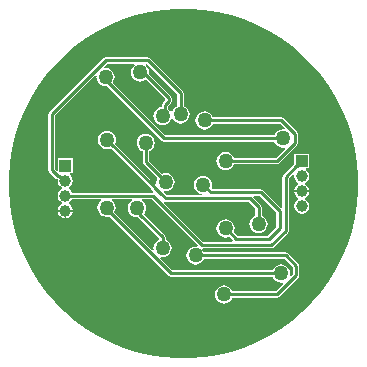
<source format=gbl>
G04*
G04 #@! TF.GenerationSoftware,Altium Limited,Altium Designer,22.0.2 (36)*
G04*
G04 Layer_Physical_Order=2*
G04 Layer_Color=16711680*
%FSLAX25Y25*%
%MOIN*%
G70*
G04*
G04 #@! TF.SameCoordinates,D8499874-5A28-4949-BB6A-16219978493D*
G04*
G04*
G04 #@! TF.FilePolarity,Positive*
G04*
G01*
G75*
%ADD11C,0.01000*%
%ADD28C,0.03937*%
%ADD29R,0.03937X0.03937*%
%ADD30R,0.03937X0.03937*%
%ADD31C,0.03937*%
%ADD32C,0.05000*%
G36*
X6852Y57893D02*
X11373Y57177D01*
X15824Y56108D01*
X20178Y54694D01*
X24407Y52942D01*
X28485Y50864D01*
X32388Y48472D01*
X36091Y45782D01*
X39572Y42809D01*
X42809Y39572D01*
X45782Y36091D01*
X48472Y32388D01*
X50864Y28485D01*
X52942Y24407D01*
X54694Y20178D01*
X56108Y15824D01*
X57177Y11373D01*
X57893Y6852D01*
X58252Y2289D01*
Y-2289D01*
X57893Y-6852D01*
X57177Y-11373D01*
X56108Y-15824D01*
X54694Y-20178D01*
X52942Y-24407D01*
X50864Y-28485D01*
X48472Y-32388D01*
X45782Y-36091D01*
X42809Y-39572D01*
X39572Y-42809D01*
X36091Y-45782D01*
X32388Y-48472D01*
X28485Y-50864D01*
X24407Y-52942D01*
X20178Y-54694D01*
X15824Y-56108D01*
X11373Y-57177D01*
X6852Y-57893D01*
X2289Y-58252D01*
X0Y-58252D01*
X-2289D01*
X-6852Y-57893D01*
X-11373Y-57177D01*
X-15824Y-56108D01*
X-20178Y-54694D01*
X-24407Y-52942D01*
X-28485Y-50864D01*
X-32388Y-48472D01*
X-36091Y-45782D01*
X-39572Y-42809D01*
X-42809Y-39572D01*
X-45782Y-36091D01*
X-48472Y-32388D01*
X-50864Y-28485D01*
X-52942Y-24407D01*
X-54694Y-20178D01*
X-56108Y-15824D01*
X-57177Y-11373D01*
X-57893Y-6852D01*
X-58252Y-2289D01*
Y2289D01*
X-57893Y6852D01*
X-57177Y11373D01*
X-56108Y15824D01*
X-54694Y20178D01*
X-52942Y24407D01*
X-50864Y28485D01*
X-48472Y32388D01*
X-45782Y36091D01*
X-42809Y39572D01*
X-39572Y42809D01*
X-36091Y45782D01*
X-32388Y48472D01*
X-28485Y50864D01*
X-24407Y52942D01*
X-20178Y54694D01*
X-15824Y56108D01*
X-11373Y57177D01*
X-6852Y57893D01*
X-2289Y58252D01*
X2289D01*
X6852Y57893D01*
D02*
G37*
%LPC*%
G36*
X-11843Y42020D02*
X-15157D01*
X-15157Y42020D01*
X-26000D01*
X-26390Y41942D01*
X-26721Y41721D01*
X-27988Y40454D01*
X-28047Y40442D01*
X-28378Y40221D01*
X-30721Y37878D01*
X-30942Y37547D01*
X-30954Y37488D01*
X-44721Y23721D01*
X-44942Y23390D01*
X-45020Y23000D01*
Y4477D01*
X-44942Y4087D01*
X-44721Y3756D01*
X-42681Y1716D01*
X-42350Y1495D01*
X-41960Y1417D01*
X-41885Y917D01*
X-41887Y905D01*
X-41695Y-58D01*
X-41150Y-874D01*
X-40488Y-1317D01*
X-40473Y-1358D01*
Y-1831D01*
X-40488Y-1872D01*
X-41150Y-2315D01*
X-41695Y-3131D01*
X-41887Y-4095D01*
X-41695Y-5058D01*
X-41150Y-5874D01*
X-40488Y-6317D01*
X-40473Y-6358D01*
Y-6831D01*
X-40488Y-6872D01*
X-41150Y-7315D01*
X-41695Y-8131D01*
X-41837Y-8845D01*
X-39370D01*
X-36903D01*
X-37045Y-8131D01*
X-37590Y-7315D01*
X-38253Y-6872D01*
X-38267Y-6831D01*
Y-6358D01*
X-38253Y-6317D01*
X-37590Y-5874D01*
X-37057Y-5076D01*
X-27531D01*
X-27362Y-5576D01*
X-27806Y-5917D01*
X-28287Y-6543D01*
X-28589Y-7273D01*
X-28692Y-8056D01*
X-28589Y-8839D01*
X-28287Y-9569D01*
X-27806Y-10196D01*
X-27179Y-10677D01*
X-26449Y-10979D01*
X-25666Y-11082D01*
X-24883Y-10979D01*
X-24697Y-10902D01*
X-4878Y-30721D01*
X-4547Y-30942D01*
X-4157Y-31020D01*
X29675D01*
X29880Y-31513D01*
X30360Y-32140D01*
X30987Y-32620D01*
X31717Y-32923D01*
X32500Y-33026D01*
X33055Y-32953D01*
X33288Y-33426D01*
X30735Y-35980D01*
X16325D01*
X16120Y-35487D01*
X15640Y-34860D01*
X15013Y-34380D01*
X14283Y-34077D01*
X13500Y-33974D01*
X12717Y-34077D01*
X11987Y-34380D01*
X11360Y-34860D01*
X10880Y-35487D01*
X10577Y-36217D01*
X10474Y-37000D01*
X10577Y-37783D01*
X10880Y-38513D01*
X11360Y-39140D01*
X11987Y-39621D01*
X12717Y-39923D01*
X13500Y-40026D01*
X14283Y-39923D01*
X15013Y-39621D01*
X15640Y-39140D01*
X16120Y-38513D01*
X16325Y-38020D01*
X31157D01*
X31547Y-37942D01*
X31878Y-37721D01*
X38221Y-31378D01*
X38442Y-31047D01*
X38519Y-30657D01*
Y-27343D01*
X38442Y-26953D01*
X38221Y-26622D01*
X34878Y-23279D01*
X34547Y-23058D01*
X34157Y-22980D01*
X6825D01*
X6621Y-22487D01*
X6262Y-22020D01*
X6471Y-21525D01*
X6476Y-21520D01*
X29328D01*
X29719Y-21442D01*
X30049Y-21221D01*
X34721Y-16549D01*
X34942Y-16219D01*
X35020Y-15828D01*
Y1808D01*
X36500Y3288D01*
X36961Y3042D01*
X36853Y2500D01*
X37045Y1537D01*
X37590Y720D01*
X38253Y278D01*
X38267Y237D01*
Y-237D01*
X38253Y-278D01*
X37590Y-720D01*
X37045Y-1537D01*
X36903Y-2250D01*
X41837D01*
X41695Y-1537D01*
X41150Y-720D01*
X40488Y-278D01*
X40473Y-237D01*
Y237D01*
X40488Y278D01*
X41150Y720D01*
X41695Y1537D01*
X41887Y2500D01*
X41695Y3463D01*
X41150Y4280D01*
X40773Y4532D01*
X40925Y5032D01*
X41839D01*
Y9968D01*
X36902D01*
Y6573D01*
X33279Y2951D01*
X33058Y2620D01*
X32980Y2230D01*
Y-7968D01*
X32480Y-8175D01*
X26585Y-2279D01*
X26254Y-2058D01*
X25864Y-1980D01*
X9668D01*
X9324Y-1521D01*
X9423Y-1283D01*
X9526Y-500D01*
X9423Y283D01*
X9121Y1013D01*
X8640Y1640D01*
X8013Y2121D01*
X7283Y2423D01*
X6500Y2526D01*
X5717Y2423D01*
X4987Y2121D01*
X4360Y1640D01*
X3880Y1013D01*
X3577Y283D01*
X3474Y-500D01*
X3577Y-1283D01*
X3880Y-2013D01*
X4360Y-2640D01*
X4987Y-3121D01*
X5717Y-3423D01*
X6154Y-3480D01*
X6122Y-3980D01*
X-5578D01*
X-6608Y-2950D01*
X-6374Y-2477D01*
X-6000Y-2526D01*
X-5217Y-2423D01*
X-4487Y-2121D01*
X-3860Y-1640D01*
X-3379Y-1013D01*
X-3077Y-283D01*
X-2974Y500D01*
X-3077Y1283D01*
X-3379Y2013D01*
X-3860Y2640D01*
X-4487Y3121D01*
X-5217Y3423D01*
X-6000Y3526D01*
X-6783Y3423D01*
X-7277Y3218D01*
X-11574Y7516D01*
Y10769D01*
X-11081Y10973D01*
X-10454Y11454D01*
X-9973Y12081D01*
X-9671Y12811D01*
X-9568Y13594D01*
X-9671Y14377D01*
X-9973Y15107D01*
X-10454Y15733D01*
X-11081Y16214D01*
X-11811Y16517D01*
X-12594Y16620D01*
X-13377Y16517D01*
X-14107Y16214D01*
X-14733Y15733D01*
X-15214Y15107D01*
X-15517Y14377D01*
X-15620Y13594D01*
X-15517Y12811D01*
X-15214Y12081D01*
X-14733Y11454D01*
X-14107Y10973D01*
X-13613Y10769D01*
Y7094D01*
X-13536Y6704D01*
X-13315Y6373D01*
X-8718Y1777D01*
X-8923Y1283D01*
X-9026Y500D01*
X-8977Y126D01*
X-9450Y-108D01*
X-22782Y13224D01*
X-22577Y13717D01*
X-22474Y14500D01*
X-22577Y15283D01*
X-22880Y16013D01*
X-23360Y16640D01*
X-23987Y17120D01*
X-24717Y17423D01*
X-25500Y17526D01*
X-26283Y17423D01*
X-27013Y17120D01*
X-27640Y16640D01*
X-28120Y16013D01*
X-28423Y15283D01*
X-28526Y14500D01*
X-28423Y13717D01*
X-28120Y12987D01*
X-27640Y12360D01*
X-27013Y11880D01*
X-26283Y11577D01*
X-25500Y11474D01*
X-24717Y11577D01*
X-24224Y11782D01*
X-10954Y-1488D01*
X-10942Y-1547D01*
X-10721Y-1878D01*
X-10018Y-2580D01*
X-10265Y-3041D01*
X-10287Y-3037D01*
X-37108D01*
X-37590Y-2315D01*
X-38253Y-1872D01*
X-38267Y-1831D01*
Y-1358D01*
X-38253Y-1317D01*
X-37590Y-874D01*
X-37045Y-58D01*
X-36853Y905D01*
X-37045Y1869D01*
X-37590Y2685D01*
X-37967Y2937D01*
X-37816Y3437D01*
X-36902D01*
Y8374D01*
X-41839D01*
Y4411D01*
X-42301Y4219D01*
X-42980Y4899D01*
Y22578D01*
X-29450Y36108D01*
X-28977Y35874D01*
X-29026Y35500D01*
X-28923Y34717D01*
X-28620Y33987D01*
X-28140Y33360D01*
X-27513Y32879D01*
X-26783Y32577D01*
X-26000Y32474D01*
X-25484Y32542D01*
X-7221Y14279D01*
X-6890Y14058D01*
X-6500Y13980D01*
X30175D01*
X30380Y13487D01*
X30860Y12860D01*
X31487Y12380D01*
X32217Y12077D01*
X33000Y11974D01*
X33555Y12047D01*
X33788Y11574D01*
X30735Y8520D01*
X16825D01*
X16621Y9013D01*
X16140Y9640D01*
X15513Y10120D01*
X14783Y10423D01*
X14000Y10526D01*
X13217Y10423D01*
X12487Y10120D01*
X11860Y9640D01*
X11379Y9013D01*
X11077Y8283D01*
X10974Y7500D01*
X11077Y6717D01*
X11379Y5987D01*
X11860Y5360D01*
X12487Y4879D01*
X13217Y4577D01*
X14000Y4474D01*
X14783Y4577D01*
X15513Y4879D01*
X16140Y5360D01*
X16621Y5987D01*
X16825Y6480D01*
X31157D01*
X31547Y6558D01*
X31878Y6779D01*
X37721Y12622D01*
X37942Y12953D01*
X38019Y13343D01*
Y16657D01*
X37942Y17047D01*
X37721Y17378D01*
X33378Y21721D01*
X33047Y21942D01*
X32657Y22020D01*
X9825D01*
X9621Y22513D01*
X9140Y23140D01*
X8513Y23620D01*
X7783Y23923D01*
X7000Y24026D01*
X6217Y23923D01*
X5487Y23620D01*
X4860Y23140D01*
X4380Y22513D01*
X4077Y21783D01*
X3974Y21000D01*
X4077Y20217D01*
X4380Y19487D01*
X4860Y18860D01*
X5487Y18380D01*
X6217Y18077D01*
X7000Y17974D01*
X7783Y18077D01*
X8513Y18380D01*
X9140Y18860D01*
X9621Y19487D01*
X9825Y19980D01*
X32234D01*
X33788Y18426D01*
X33555Y17953D01*
X33000Y18026D01*
X32217Y17923D01*
X31487Y17620D01*
X30860Y17140D01*
X30380Y16513D01*
X30175Y16020D01*
X-6078D01*
X-23668Y33610D01*
X-23380Y33987D01*
X-23077Y34717D01*
X-22974Y35500D01*
X-23077Y36283D01*
X-23380Y37013D01*
X-23860Y37640D01*
X-24487Y38120D01*
X-25217Y38423D01*
X-26000Y38526D01*
X-26374Y38477D01*
X-26608Y38950D01*
X-25578Y39980D01*
X-16365D01*
X-16196Y39480D01*
X-16640Y39140D01*
X-17120Y38513D01*
X-17423Y37783D01*
X-17526Y37000D01*
X-17423Y36217D01*
X-17120Y35487D01*
X-16640Y34860D01*
X-16013Y34380D01*
X-15283Y34077D01*
X-14500Y33974D01*
X-13717Y34077D01*
X-12987Y34380D01*
X-12610Y34668D01*
X-6020Y28078D01*
Y27922D01*
X-6956Y26986D01*
X-7177Y26656D01*
X-7254Y26265D01*
Y25492D01*
X-7783Y25423D01*
X-8513Y25120D01*
X-9140Y24640D01*
X-9621Y24013D01*
X-9923Y23283D01*
X-10026Y22500D01*
X-9923Y21717D01*
X-9621Y20987D01*
X-9140Y20360D01*
X-8513Y19880D01*
X-7783Y19577D01*
X-7000Y19474D01*
X-6217Y19577D01*
X-5487Y19880D01*
X-4860Y20360D01*
X-4380Y20987D01*
X-4167Y21500D01*
X-3626D01*
X-3621Y21487D01*
X-3140Y20860D01*
X-2513Y20380D01*
X-1783Y20077D01*
X-1000Y19974D01*
X-217Y20077D01*
X513Y20380D01*
X1140Y20860D01*
X1620Y21487D01*
X1923Y22217D01*
X2026Y23000D01*
X1923Y23783D01*
X1620Y24513D01*
X1140Y25140D01*
X513Y25620D01*
X20Y25825D01*
Y30157D01*
X-58Y30547D01*
X-279Y30878D01*
X-11122Y41721D01*
X-11453Y41942D01*
X-11843Y42020D01*
D02*
G37*
G36*
X41837Y-2750D02*
X36903D01*
X37045Y-3463D01*
X37590Y-4280D01*
X38253Y-4722D01*
X38267Y-4764D01*
Y-5237D01*
X38253Y-5278D01*
X37590Y-5720D01*
X37045Y-6537D01*
X36853Y-7500D01*
X37045Y-8463D01*
X37590Y-9280D01*
X38407Y-9825D01*
X39370Y-10017D01*
X40333Y-9825D01*
X41150Y-9280D01*
X41695Y-8463D01*
X41887Y-7500D01*
X41695Y-6537D01*
X41150Y-5720D01*
X40488Y-5278D01*
X40473Y-5237D01*
Y-4764D01*
X40488Y-4722D01*
X41150Y-4280D01*
X41695Y-3463D01*
X41837Y-2750D01*
D02*
G37*
G36*
X-36903Y-9345D02*
X-39120D01*
Y-11562D01*
X-38407Y-11420D01*
X-37590Y-10874D01*
X-37045Y-10058D01*
X-36903Y-9345D01*
D02*
G37*
G36*
X-39620D02*
X-41837D01*
X-41695Y-10058D01*
X-41150Y-10874D01*
X-40333Y-11420D01*
X-39620Y-11562D01*
Y-9345D01*
D02*
G37*
%LPD*%
G36*
X-2020Y29735D02*
Y25825D01*
X-2513Y25620D01*
X-3140Y25140D01*
X-3621Y24513D01*
X-3833Y24000D01*
X-4374D01*
X-4380Y24013D01*
X-4860Y24640D01*
X-5215Y24912D01*
Y25843D01*
X-4279Y26779D01*
X-4058Y27110D01*
X-3980Y27500D01*
Y28500D01*
X-4058Y28890D01*
X-4279Y29221D01*
X-11542Y36484D01*
X-11474Y37000D01*
X-11577Y37783D01*
X-11880Y38513D01*
X-12360Y39140D01*
X-12591Y39316D01*
X-12452Y39840D01*
X-12165Y39880D01*
X-2020Y29735D01*
D02*
G37*
G36*
X30980Y-9559D02*
Y-14578D01*
X28078Y-17480D01*
X17922D01*
X16718Y-16276D01*
X16923Y-15783D01*
X17026Y-15000D01*
X16923Y-14217D01*
X16621Y-13487D01*
X16140Y-12860D01*
X15513Y-12380D01*
X14783Y-12077D01*
X14000Y-11974D01*
X13217Y-12077D01*
X12487Y-12380D01*
X11860Y-12860D01*
X11379Y-13487D01*
X11077Y-14217D01*
X10974Y-15000D01*
X11077Y-15783D01*
X11379Y-16513D01*
X11860Y-17140D01*
X12487Y-17620D01*
X13217Y-17923D01*
X14000Y-18026D01*
X14783Y-17923D01*
X15277Y-17718D01*
X16538Y-18980D01*
X16331Y-19480D01*
X6579D01*
X-6464Y-6437D01*
X-6218Y-5976D01*
X-6000Y-6020D01*
X21784D01*
X23980Y-8216D01*
Y-10675D01*
X23487Y-10880D01*
X22860Y-11360D01*
X22379Y-11987D01*
X22077Y-12717D01*
X21974Y-13500D01*
X22077Y-14283D01*
X22379Y-15013D01*
X22860Y-15640D01*
X23487Y-16120D01*
X24217Y-16423D01*
X25000Y-16526D01*
X25783Y-16423D01*
X26513Y-16120D01*
X27140Y-15640D01*
X27621Y-15013D01*
X27923Y-14283D01*
X28026Y-13500D01*
X27923Y-12717D01*
X27621Y-11987D01*
X27140Y-11360D01*
X26513Y-10880D01*
X26020Y-10675D01*
Y-7793D01*
X25942Y-7403D01*
X25721Y-7072D01*
X23168Y-4520D01*
X23375Y-4020D01*
X25441D01*
X30980Y-9559D01*
D02*
G37*
G36*
X4789Y-20574D02*
X4555Y-21047D01*
X4000Y-20974D01*
X3217Y-21077D01*
X2487Y-21380D01*
X1860Y-21860D01*
X1379Y-22487D01*
X1077Y-23217D01*
X974Y-24000D01*
X1077Y-24783D01*
X1379Y-25513D01*
X1860Y-26140D01*
X2487Y-26621D01*
X3217Y-26923D01*
X4000Y-27026D01*
X4783Y-26923D01*
X5513Y-26621D01*
X6140Y-26140D01*
X6621Y-25513D01*
X6825Y-25020D01*
X33735D01*
X36480Y-27766D01*
Y-30235D01*
X35926Y-30788D01*
X35453Y-30555D01*
X35526Y-30000D01*
X35423Y-29217D01*
X35120Y-28487D01*
X34640Y-27860D01*
X34013Y-27380D01*
X33283Y-27077D01*
X32500Y-26974D01*
X31717Y-27077D01*
X30987Y-27380D01*
X30360Y-27860D01*
X29880Y-28487D01*
X29675Y-28980D01*
X-3734D01*
X-7789Y-24926D01*
X-7555Y-24453D01*
X-7000Y-24526D01*
X-6217Y-24423D01*
X-5487Y-24121D01*
X-4860Y-23640D01*
X-4380Y-23013D01*
X-4077Y-22283D01*
X-3974Y-21500D01*
X-4077Y-20717D01*
X-4380Y-19987D01*
X-4860Y-19360D01*
X-5487Y-18880D01*
X-5980Y-18675D01*
Y-18000D01*
X-6058Y-17610D01*
X-6279Y-17279D01*
X-13332Y-10226D01*
X-12919Y-9688D01*
X-12617Y-8958D01*
X-12514Y-8175D01*
X-12617Y-7392D01*
X-12919Y-6662D01*
X-13400Y-6036D01*
X-13999Y-5576D01*
X-14003Y-5524D01*
X-13774Y-5076D01*
X-10709D01*
X4789Y-20574D01*
D02*
G37*
G36*
X-17077Y-5524D02*
X-17080Y-5576D01*
X-17679Y-6036D01*
X-18160Y-6662D01*
X-18463Y-7392D01*
X-18566Y-8175D01*
X-18463Y-8958D01*
X-18160Y-9688D01*
X-17679Y-10315D01*
X-17053Y-10796D01*
X-16323Y-11098D01*
X-15540Y-11201D01*
X-15214Y-11158D01*
X-15075Y-11367D01*
X-8224Y-18218D01*
X-8318Y-18799D01*
X-8513Y-18880D01*
X-9140Y-19360D01*
X-9621Y-19987D01*
X-9923Y-20717D01*
X-10026Y-21500D01*
X-9953Y-22055D01*
X-10426Y-22288D01*
X-23089Y-9626D01*
X-23046Y-9569D01*
X-22743Y-8839D01*
X-22640Y-8056D01*
X-22743Y-7273D01*
X-23046Y-6543D01*
X-23526Y-5917D01*
X-23971Y-5576D01*
X-23801Y-5076D01*
X-17305D01*
X-17077Y-5524D01*
D02*
G37*
D11*
X-44000Y4477D02*
X-41960Y2437D01*
X-44000Y23000D02*
X-30000Y37000D01*
X-44000Y4477D02*
Y23000D01*
X-26000Y41000D02*
X-15157D01*
X-30000Y37157D02*
X-27657Y39500D01*
X-27500D01*
X-30000Y37000D02*
Y37157D01*
X-27500Y39500D02*
X-26000Y41000D01*
X-26000Y34500D02*
Y35500D01*
Y34500D02*
X-6500Y15000D01*
X9000Y-3000D02*
X25864D01*
X6500Y-500D02*
X9000Y-3000D01*
X-4157Y-30000D02*
X32500D01*
X-25666Y-8491D02*
X-4157Y-30000D01*
X37664Y5894D02*
X37764D01*
X34000Y-15828D02*
Y2230D01*
X29328Y-20500D02*
X34000Y-15828D01*
X6157Y-20500D02*
X29328D01*
X-10287Y-4056D02*
X6157Y-20500D01*
X34000Y2230D02*
X37664Y5894D01*
X-39332Y-4056D02*
X-10287D01*
X37764Y5894D02*
X39370Y7500D01*
X-39370Y-4095D02*
X-39332Y-4056D01*
X-12594Y7094D02*
Y13594D01*
Y7094D02*
X-6000Y500D01*
X7000Y21000D02*
X32657D01*
X37000Y16657D01*
X34157Y-24000D02*
X37500Y-27343D01*
X4000Y-24000D02*
X34157D01*
X37500Y-30657D02*
Y-27343D01*
X31157Y-37000D02*
X37500Y-30657D01*
X13500Y-37000D02*
X31157D01*
X28500Y-18500D02*
X32000Y-15000D01*
X14000D02*
X17500Y-18500D01*
X28500D01*
X32000Y-15000D02*
Y-9136D01*
X25864Y-3000D02*
X32000Y-9136D01*
X25000Y-13500D02*
Y-7793D01*
X22207Y-5000D02*
X25000Y-7793D01*
X-25666Y-8491D02*
Y-8056D01*
X-15540Y-9258D02*
Y-8175D01*
X-14354Y-10646D02*
Y-10444D01*
X-7000Y-21500D02*
Y-18000D01*
X-15540Y-9258D02*
X-14354Y-10444D01*
Y-10646D02*
X-7000Y-18000D01*
X-7500Y-3500D02*
X-6000Y-5000D01*
X22207D01*
X-7657Y-3500D02*
X-7500D01*
X-10000Y-1157D02*
X-7657Y-3500D01*
X-10000Y-1157D02*
Y-1000D01*
X-25500Y14500D02*
X-10000Y-1000D01*
X14000Y7500D02*
X31157D01*
X37000Y13343D01*
Y16657D01*
X-1000Y23000D02*
Y30157D01*
X-11843Y41000D02*
X-1000Y30157D01*
X-7000Y22500D02*
X-6235Y23265D01*
Y26265D01*
X-5000Y27500D01*
Y28500D01*
X-6500Y15000D02*
X33000D01*
X-14500Y37000D02*
X-13500D01*
X-5000Y28500D01*
X-15157Y41000D02*
X-11843D01*
X-15157Y41000D02*
X-15157Y41000D01*
X-41960Y2437D02*
X-41424D01*
X-39893Y905D01*
X-39370D01*
D28*
X39370Y-7500D02*
D03*
Y-2500D02*
D03*
Y2500D02*
D03*
D29*
Y7500D02*
D03*
D30*
X-39370Y5906D02*
D03*
D31*
Y905D02*
D03*
Y-4095D02*
D03*
Y-9094D02*
D03*
D32*
X-26000Y35500D02*
D03*
X32500Y-30000D02*
D03*
X-12594Y13594D02*
D03*
X7000Y21000D02*
D03*
X6500Y-500D02*
D03*
X4000Y-24000D02*
D03*
X13500Y-37000D02*
D03*
X14000Y-15000D02*
D03*
X25000Y-13500D02*
D03*
X-25666Y-8056D02*
D03*
X-7000Y-21500D02*
D03*
X-15540Y-8175D02*
D03*
X-25500Y14500D02*
D03*
X14000Y7500D02*
D03*
X-1000Y23000D02*
D03*
X-7000Y22500D02*
D03*
X-6000Y500D02*
D03*
X33000Y15000D02*
D03*
X-14500Y37000D02*
D03*
M02*

</source>
